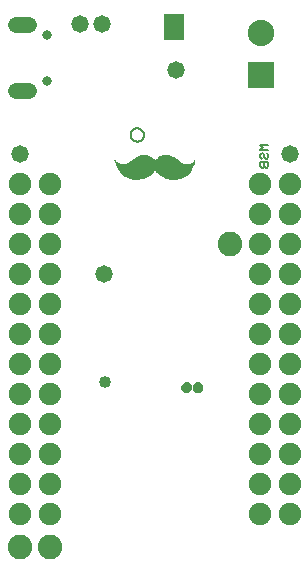
<source format=gbs>
G75*
%MOIN*%
%OFA0B0*%
%FSLAX25Y25*%
%IPPOS*%
%LPD*%
%AMOC8*
5,1,8,0,0,1.08239X$1,22.5*
%
%ADD10R,0.00025X0.00025*%
%ADD11R,0.01325X0.00025*%
%ADD12R,0.01775X0.00025*%
%ADD13R,0.02325X0.00025*%
%ADD14R,0.02275X0.00025*%
%ADD15R,0.02575X0.00025*%
%ADD16R,0.02625X0.00025*%
%ADD17R,0.02975X0.00025*%
%ADD18R,0.03025X0.00025*%
%ADD19R,0.03225X0.00025*%
%ADD20R,0.03475X0.00025*%
%ADD21R,0.03525X0.00025*%
%ADD22R,0.03725X0.00025*%
%ADD23R,0.03675X0.00025*%
%ADD24R,0.03975X0.00025*%
%ADD25R,0.04125X0.00025*%
%ADD26R,0.04375X0.00025*%
%ADD27R,0.04475X0.00025*%
%ADD28R,0.04725X0.00025*%
%ADD29R,0.04875X0.00025*%
%ADD30R,0.04825X0.00025*%
%ADD31R,0.05025X0.00025*%
%ADD32R,0.05175X0.00025*%
%ADD33R,0.05125X0.00025*%
%ADD34R,0.05325X0.00025*%
%ADD35R,0.05425X0.00025*%
%ADD36R,0.05475X0.00025*%
%ADD37R,0.05625X0.00025*%
%ADD38R,0.05725X0.00025*%
%ADD39R,0.05675X0.00025*%
%ADD40R,0.05875X0.00025*%
%ADD41R,0.05975X0.00025*%
%ADD42R,0.06125X0.00025*%
%ADD43R,0.06225X0.00025*%
%ADD44R,0.06200X0.00025*%
%ADD45R,0.06375X0.00025*%
%ADD46R,0.06425X0.00025*%
%ADD47R,0.06575X0.00025*%
%ADD48R,0.06625X0.00025*%
%ADD49R,0.06825X0.00025*%
%ADD50R,0.06775X0.00025*%
%ADD51R,0.06875X0.00025*%
%ADD52R,0.06950X0.00025*%
%ADD53R,0.06975X0.00025*%
%ADD54R,0.07075X0.00025*%
%ADD55R,0.07025X0.00025*%
%ADD56R,0.07175X0.00025*%
%ADD57R,0.07250X0.00025*%
%ADD58R,0.07225X0.00025*%
%ADD59R,0.07375X0.00025*%
%ADD60R,0.07325X0.00025*%
%ADD61R,0.07425X0.00025*%
%ADD62R,0.07575X0.00025*%
%ADD63R,0.07525X0.00025*%
%ADD64R,0.07625X0.00025*%
%ADD65R,0.07675X0.00025*%
%ADD66R,0.07725X0.00025*%
%ADD67R,0.07775X0.00025*%
%ADD68R,0.07875X0.00025*%
%ADD69R,0.07925X0.00025*%
%ADD70R,0.07950X0.00025*%
%ADD71R,0.08075X0.00025*%
%ADD72R,0.08025X0.00025*%
%ADD73R,0.08125X0.00025*%
%ADD74R,0.08175X0.00025*%
%ADD75R,0.08250X0.00025*%
%ADD76R,0.08325X0.00025*%
%ADD77R,0.08375X0.00025*%
%ADD78R,0.08425X0.00025*%
%ADD79R,0.08500X0.00025*%
%ADD80R,0.08475X0.00025*%
%ADD81R,0.08575X0.00025*%
%ADD82R,0.08525X0.00025*%
%ADD83R,0.08625X0.00025*%
%ADD84R,0.08650X0.00025*%
%ADD85R,0.08675X0.00025*%
%ADD86R,0.08700X0.00025*%
%ADD87R,0.08775X0.00025*%
%ADD88R,0.08825X0.00025*%
%ADD89R,0.08925X0.00025*%
%ADD90R,0.08875X0.00025*%
%ADD91R,0.08975X0.00025*%
%ADD92R,0.09025X0.00025*%
%ADD93R,0.09075X0.00025*%
%ADD94R,0.09150X0.00025*%
%ADD95R,0.09225X0.00025*%
%ADD96R,0.09175X0.00025*%
%ADD97R,0.09325X0.00025*%
%ADD98R,0.09300X0.00025*%
%ADD99R,0.09350X0.00025*%
%ADD100R,0.09425X0.00025*%
%ADD101R,0.09475X0.00025*%
%ADD102R,0.09575X0.00025*%
%ADD103R,0.09525X0.00025*%
%ADD104R,0.09550X0.00025*%
%ADD105R,0.09675X0.00025*%
%ADD106R,0.09625X0.00025*%
%ADD107R,0.09775X0.00025*%
%ADD108R,0.09825X0.00025*%
%ADD109R,0.09875X0.00025*%
%ADD110R,0.09925X0.00025*%
%ADD111R,0.09975X0.00025*%
%ADD112R,0.10025X0.00025*%
%ADD113R,0.10075X0.00025*%
%ADD114R,0.10125X0.00025*%
%ADD115R,0.10175X0.00025*%
%ADD116R,0.10225X0.00025*%
%ADD117R,0.10300X0.00025*%
%ADD118R,0.10275X0.00025*%
%ADD119R,0.10325X0.00025*%
%ADD120R,0.10375X0.00025*%
%ADD121R,0.10425X0.00025*%
%ADD122R,0.10475X0.00025*%
%ADD123R,0.10500X0.00025*%
%ADD124R,0.10525X0.00025*%
%ADD125R,0.10600X0.00025*%
%ADD126R,0.10575X0.00025*%
%ADD127R,0.10625X0.00025*%
%ADD128R,0.10675X0.00025*%
%ADD129R,0.10725X0.00025*%
%ADD130R,0.10750X0.00025*%
%ADD131R,0.10775X0.00025*%
%ADD132R,0.10800X0.00025*%
%ADD133R,0.10825X0.00025*%
%ADD134R,0.10875X0.00025*%
%ADD135R,0.10850X0.00025*%
%ADD136R,0.10925X0.00025*%
%ADD137R,0.10950X0.00025*%
%ADD138R,0.10975X0.00025*%
%ADD139R,0.11025X0.00025*%
%ADD140R,0.11075X0.00025*%
%ADD141R,0.11125X0.00025*%
%ADD142R,0.11100X0.00025*%
%ADD143R,0.11200X0.00025*%
%ADD144R,0.11175X0.00025*%
%ADD145R,0.11225X0.00025*%
%ADD146R,0.11275X0.00025*%
%ADD147R,0.11325X0.00025*%
%ADD148R,0.11350X0.00025*%
%ADD149R,0.11375X0.00025*%
%ADD150R,0.11425X0.00025*%
%ADD151R,0.11450X0.00025*%
%ADD152R,0.11500X0.00025*%
%ADD153R,0.11575X0.00025*%
%ADD154R,0.11550X0.00025*%
%ADD155R,0.11625X0.00025*%
%ADD156R,0.11675X0.00025*%
%ADD157R,0.11725X0.00025*%
%ADD158R,0.11750X0.00025*%
%ADD159R,0.11775X0.00025*%
%ADD160R,0.11800X0.00025*%
%ADD161R,0.11825X0.00025*%
%ADD162R,0.11850X0.00025*%
%ADD163R,0.11875X0.00025*%
%ADD164R,0.11925X0.00025*%
%ADD165R,0.11950X0.00025*%
%ADD166R,0.12000X0.00025*%
%ADD167R,0.11975X0.00025*%
%ADD168R,0.12025X0.00025*%
%ADD169R,0.12075X0.00025*%
%ADD170R,0.12125X0.00025*%
%ADD171R,0.12150X0.00025*%
%ADD172R,0.24325X0.00025*%
%ADD173R,0.24375X0.00025*%
%ADD174R,0.24400X0.00025*%
%ADD175R,0.24450X0.00025*%
%ADD176R,0.24425X0.00025*%
%ADD177R,0.24500X0.00025*%
%ADD178R,0.24525X0.00025*%
%ADD179R,0.24575X0.00025*%
%ADD180R,0.24550X0.00025*%
%ADD181R,0.24600X0.00025*%
%ADD182R,0.24625X0.00025*%
%ADD183R,0.24675X0.00025*%
%ADD184R,0.24700X0.00025*%
%ADD185R,0.24725X0.00025*%
%ADD186R,0.24775X0.00025*%
%ADD187R,0.24800X0.00025*%
%ADD188R,0.24850X0.00025*%
%ADD189R,0.24875X0.00025*%
%ADD190R,0.24900X0.00025*%
%ADD191R,0.24950X0.00025*%
%ADD192R,0.24975X0.00025*%
%ADD193R,0.25000X0.00025*%
%ADD194R,0.25050X0.00025*%
%ADD195R,0.25075X0.00025*%
%ADD196R,0.25100X0.00025*%
%ADD197R,0.25150X0.00025*%
%ADD198R,0.25175X0.00025*%
%ADD199R,0.25200X0.00025*%
%ADD200R,0.25250X0.00025*%
%ADD201R,0.25275X0.00025*%
%ADD202R,0.25300X0.00025*%
%ADD203R,0.25325X0.00025*%
%ADD204R,0.25375X0.00025*%
%ADD205R,0.25400X0.00025*%
%ADD206R,0.25425X0.00025*%
%ADD207R,0.25475X0.00025*%
%ADD208R,0.25450X0.00025*%
%ADD209R,0.25500X0.00025*%
%ADD210R,0.25525X0.00025*%
%ADD211R,0.25550X0.00025*%
%ADD212R,0.25575X0.00025*%
%ADD213R,0.25600X0.00025*%
%ADD214R,0.25650X0.00025*%
%ADD215R,0.25625X0.00025*%
%ADD216R,0.25675X0.00025*%
%ADD217R,0.25700X0.00025*%
%ADD218R,0.25725X0.00025*%
%ADD219R,0.25750X0.00025*%
%ADD220R,0.25775X0.00025*%
%ADD221R,0.25800X0.00025*%
%ADD222R,0.25825X0.00025*%
%ADD223R,0.23325X0.00025*%
%ADD224R,0.02225X0.00025*%
%ADD225R,0.02025X0.00025*%
%ADD226R,0.20375X0.00025*%
%ADD227R,0.01950X0.00025*%
%ADD228R,0.01925X0.00025*%
%ADD229R,0.20225X0.00025*%
%ADD230R,0.01850X0.00025*%
%ADD231R,0.19975X0.00025*%
%ADD232R,0.01675X0.00025*%
%ADD233R,0.01625X0.00025*%
%ADD234R,0.19825X0.00025*%
%ADD235R,0.01525X0.00025*%
%ADD236R,0.19625X0.00025*%
%ADD237R,0.01425X0.00025*%
%ADD238R,0.01475X0.00025*%
%ADD239R,0.19475X0.00025*%
%ADD240R,0.01375X0.00025*%
%ADD241R,0.19325X0.00025*%
%ADD242R,0.19225X0.00025*%
%ADD243R,0.01275X0.00025*%
%ADD244R,0.01250X0.00025*%
%ADD245R,0.19125X0.00025*%
%ADD246R,0.01225X0.00025*%
%ADD247R,0.01200X0.00025*%
%ADD248R,0.18975X0.00025*%
%ADD249R,0.01175X0.00025*%
%ADD250R,0.01125X0.00025*%
%ADD251R,0.18825X0.00025*%
%ADD252R,0.01075X0.00025*%
%ADD253R,0.18775X0.00025*%
%ADD254R,0.01025X0.00025*%
%ADD255R,0.18650X0.00025*%
%ADD256R,0.01000X0.00025*%
%ADD257R,0.00975X0.00025*%
%ADD258R,0.18575X0.00025*%
%ADD259R,0.00950X0.00025*%
%ADD260R,0.18450X0.00025*%
%ADD261R,0.00925X0.00025*%
%ADD262R,0.18375X0.00025*%
%ADD263R,0.00875X0.00025*%
%ADD264R,0.18325X0.00025*%
%ADD265R,0.00825X0.00025*%
%ADD266R,0.18225X0.00025*%
%ADD267R,0.00775X0.00025*%
%ADD268R,0.18125X0.00025*%
%ADD269R,0.00750X0.00025*%
%ADD270R,0.18075X0.00025*%
%ADD271R,0.00725X0.00025*%
%ADD272R,0.00700X0.00025*%
%ADD273R,0.17925X0.00025*%
%ADD274R,0.00675X0.00025*%
%ADD275R,0.17875X0.00025*%
%ADD276R,0.17825X0.00025*%
%ADD277R,0.00625X0.00025*%
%ADD278R,0.17700X0.00025*%
%ADD279R,0.00575X0.00025*%
%ADD280R,0.17625X0.00025*%
%ADD281R,0.00600X0.00025*%
%ADD282R,0.17575X0.00025*%
%ADD283R,0.00550X0.00025*%
%ADD284R,0.17450X0.00025*%
%ADD285R,0.00525X0.00025*%
%ADD286R,0.17375X0.00025*%
%ADD287R,0.00500X0.00025*%
%ADD288R,0.17325X0.00025*%
%ADD289R,0.00475X0.00025*%
%ADD290R,0.17275X0.00025*%
%ADD291R,0.17150X0.00025*%
%ADD292R,0.00425X0.00025*%
%ADD293R,0.17075X0.00025*%
%ADD294R,0.00400X0.00025*%
%ADD295R,0.17025X0.00025*%
%ADD296R,0.16975X0.00025*%
%ADD297R,0.00375X0.00025*%
%ADD298R,0.16925X0.00025*%
%ADD299R,0.00350X0.00025*%
%ADD300R,0.16850X0.00025*%
%ADD301R,0.00325X0.00025*%
%ADD302R,0.16725X0.00025*%
%ADD303R,0.16675X0.00025*%
%ADD304R,0.00300X0.00025*%
%ADD305R,0.16625X0.00025*%
%ADD306R,0.00275X0.00025*%
%ADD307R,0.16575X0.00025*%
%ADD308R,0.16450X0.00025*%
%ADD309R,0.00250X0.00025*%
%ADD310R,0.16400X0.00025*%
%ADD311R,0.00225X0.00025*%
%ADD312R,0.16325X0.00025*%
%ADD313R,0.16275X0.00025*%
%ADD314R,0.00200X0.00025*%
%ADD315R,0.16225X0.00025*%
%ADD316R,0.00175X0.00025*%
%ADD317R,0.16175X0.00025*%
%ADD318R,0.16025X0.00025*%
%ADD319R,0.00150X0.00025*%
%ADD320R,0.15975X0.00025*%
%ADD321R,0.00125X0.00025*%
%ADD322R,0.15925X0.00025*%
%ADD323R,0.15875X0.00025*%
%ADD324R,0.15825X0.00025*%
%ADD325R,0.15775X0.00025*%
%ADD326R,0.00100X0.00025*%
%ADD327R,0.15625X0.00025*%
%ADD328R,0.00075X0.00025*%
%ADD329R,0.15525X0.00025*%
%ADD330R,0.07550X0.00025*%
%ADD331R,0.00050X0.00025*%
%ADD332R,0.07475X0.00025*%
%ADD333R,0.07500X0.00025*%
%ADD334R,0.07275X0.00025*%
%ADD335R,0.07200X0.00025*%
%ADD336R,0.07125X0.00025*%
%ADD337R,0.07150X0.00025*%
%ADD338R,0.06925X0.00025*%
%ADD339R,0.06800X0.00025*%
%ADD340R,0.06850X0.00025*%
%ADD341R,0.06675X0.00025*%
%ADD342R,0.06725X0.00025*%
%ADD343R,0.06650X0.00025*%
%ADD344R,0.06550X0.00025*%
%ADD345R,0.06600X0.00025*%
%ADD346R,0.06525X0.00025*%
%ADD347R,0.06450X0.00025*%
%ADD348R,0.06325X0.00025*%
%ADD349R,0.06275X0.00025*%
%ADD350R,0.06175X0.00025*%
%ADD351R,0.06075X0.00025*%
%ADD352R,0.06025X0.00025*%
%ADD353R,0.05900X0.00025*%
%ADD354R,0.05925X0.00025*%
%ADD355R,0.05850X0.00025*%
%ADD356R,0.05775X0.00025*%
%ADD357R,0.05650X0.00025*%
%ADD358R,0.05600X0.00025*%
%ADD359R,0.05500X0.00025*%
%ADD360R,0.05375X0.00025*%
%ADD361R,0.05275X0.00025*%
%ADD362R,0.05225X0.00025*%
%ADD363R,0.05150X0.00025*%
%ADD364R,0.04975X0.00025*%
%ADD365R,0.04900X0.00025*%
%ADD366R,0.04925X0.00025*%
%ADD367R,0.04800X0.00025*%
%ADD368R,0.04675X0.00025*%
%ADD369R,0.04525X0.00025*%
%ADD370R,0.04575X0.00025*%
%ADD371R,0.04425X0.00025*%
%ADD372R,0.04325X0.00025*%
%ADD373R,0.04175X0.00025*%
%ADD374R,0.04225X0.00025*%
%ADD375R,0.04025X0.00025*%
%ADD376R,0.03925X0.00025*%
%ADD377R,0.03775X0.00025*%
%ADD378R,0.03875X0.00025*%
%ADD379R,0.03575X0.00025*%
%ADD380R,0.03650X0.00025*%
%ADD381R,0.03375X0.00025*%
%ADD382R,0.03275X0.00025*%
%ADD383R,0.03325X0.00025*%
%ADD384R,0.03075X0.00025*%
%ADD385R,0.03175X0.00025*%
%ADD386R,0.02875X0.00025*%
%ADD387R,0.02925X0.00025*%
%ADD388R,0.02775X0.00025*%
%ADD389R,0.02825X0.00025*%
%ADD390R,0.02425X0.00025*%
%ADD391R,0.02525X0.00025*%
%ADD392R,0.02075X0.00025*%
%ADD393R,0.02125X0.00025*%
%ADD394R,0.01825X0.00025*%
%ADD395R,0.01875X0.00025*%
%ADD396R,0.01725X0.00025*%
%ADD397C,0.00800*%
%ADD398C,0.02400*%
%ADD399C,0.00500*%
%ADD400C,0.03162*%
%ADD401C,0.05169*%
%ADD402C,0.08200*%
%ADD403R,0.08800X0.08800*%
%ADD404C,0.08800*%
%ADD405C,0.03987*%
%ADD406C,0.07500*%
%ADD407R,0.06706X0.08674*%
%ADD408C,0.05800*%
D10*
X0052205Y0137742D03*
X0051955Y0137842D03*
X0052655Y0137592D03*
X0053130Y0137467D03*
X0053255Y0137442D03*
X0053380Y0137417D03*
X0053555Y0137392D03*
X0053680Y0137367D03*
X0053905Y0137342D03*
X0053955Y0137342D03*
X0054080Y0137317D03*
X0054130Y0137317D03*
X0054180Y0137317D03*
X0054655Y0137292D03*
X0054705Y0137292D03*
X0054755Y0137292D03*
X0054805Y0137292D03*
X0054855Y0137292D03*
X0054905Y0137292D03*
X0054955Y0137292D03*
X0055005Y0137292D03*
X0055055Y0137292D03*
X0055105Y0137292D03*
X0055580Y0137317D03*
X0055630Y0137317D03*
X0055680Y0137317D03*
X0055805Y0137342D03*
X0055855Y0137342D03*
X0056080Y0137367D03*
X0056205Y0137392D03*
X0056255Y0137392D03*
X0056430Y0137417D03*
X0056555Y0137442D03*
X0056680Y0137467D03*
X0056930Y0137517D03*
X0057005Y0137542D03*
X0057630Y0137717D03*
X0058305Y0137992D03*
X0058480Y0138067D03*
X0059005Y0144992D03*
X0058980Y0145017D03*
X0058680Y0145117D03*
X0058105Y0145242D03*
X0057980Y0145267D03*
X0057655Y0145292D03*
X0057605Y0145292D03*
X0057555Y0145292D03*
X0057505Y0145292D03*
X0057455Y0145292D03*
X0057405Y0145292D03*
X0057355Y0145292D03*
X0057305Y0145292D03*
X0057255Y0145292D03*
X0057205Y0145292D03*
X0057155Y0145292D03*
X0056880Y0145267D03*
X0056755Y0145242D03*
X0056580Y0145217D03*
X0056505Y0145192D03*
X0056380Y0145167D03*
X0056305Y0145142D03*
X0055855Y0144992D03*
X0055780Y0144967D03*
X0051705Y0142342D03*
X0051630Y0142317D03*
X0051455Y0142242D03*
X0051380Y0142217D03*
X0050905Y0142092D03*
X0050855Y0142092D03*
X0050405Y0142092D03*
X0050355Y0142092D03*
X0050305Y0142092D03*
X0050180Y0142117D03*
X0050005Y0142142D03*
X0049880Y0142167D03*
X0049755Y0142192D03*
X0049680Y0142217D03*
X0047855Y0143542D03*
X0047855Y0143592D03*
X0047830Y0143617D03*
X0047830Y0143667D03*
X0051105Y0138292D03*
X0062855Y0144792D03*
X0063705Y0145142D03*
X0063780Y0145167D03*
X0063905Y0145192D03*
X0063980Y0145217D03*
X0064155Y0145242D03*
X0064280Y0145267D03*
X0064505Y0145292D03*
X0064555Y0145292D03*
X0064605Y0145292D03*
X0064655Y0145292D03*
X0065155Y0145292D03*
X0065205Y0145292D03*
X0065255Y0145292D03*
X0065480Y0145267D03*
X0065530Y0145267D03*
X0065605Y0145242D03*
X0065780Y0145217D03*
X0065855Y0145192D03*
X0065980Y0145167D03*
X0066205Y0145092D03*
X0066355Y0145042D03*
X0066430Y0145017D03*
X0066605Y0144942D03*
X0063805Y0138092D03*
X0064805Y0137692D03*
X0064955Y0137642D03*
X0065155Y0137592D03*
X0065555Y0137492D03*
X0065630Y0137467D03*
X0065805Y0137442D03*
X0065880Y0137417D03*
X0066105Y0137392D03*
X0066230Y0137367D03*
X0066280Y0137367D03*
X0066505Y0137342D03*
X0066680Y0137317D03*
X0066730Y0137317D03*
X0066780Y0137317D03*
X0067255Y0137292D03*
X0067305Y0137292D03*
X0067355Y0137292D03*
X0067405Y0137292D03*
X0067455Y0137292D03*
X0067505Y0137292D03*
X0067555Y0137292D03*
X0067605Y0137292D03*
X0067655Y0137292D03*
X0068180Y0137317D03*
X0068230Y0137317D03*
X0068355Y0137342D03*
X0068405Y0137342D03*
X0068630Y0137367D03*
X0068680Y0137367D03*
X0068980Y0137417D03*
X0069230Y0137467D03*
X0069305Y0137492D03*
X0069430Y0137517D03*
X0069505Y0137542D03*
X0069780Y0137617D03*
X0069930Y0137667D03*
X0071355Y0142092D03*
X0071580Y0142067D03*
X0071630Y0142067D03*
X0071680Y0142067D03*
X0071730Y0142067D03*
X0071780Y0142067D03*
X0071830Y0142067D03*
X0072105Y0142092D03*
X0072230Y0142117D03*
X0072405Y0142142D03*
X0072655Y0142192D03*
X0073555Y0142592D03*
X0074455Y0143492D03*
X0074480Y0143567D03*
X0074480Y0143617D03*
D11*
X0067480Y0137317D03*
X0054880Y0137317D03*
X0048830Y0142267D03*
D12*
X0049080Y0142142D03*
X0054880Y0137342D03*
X0067430Y0137342D03*
D13*
X0054880Y0137367D03*
D14*
X0064880Y0145142D03*
X0067455Y0137367D03*
D15*
X0057430Y0145092D03*
X0054880Y0137392D03*
D16*
X0064855Y0145092D03*
X0067455Y0137392D03*
D17*
X0054905Y0137417D03*
D18*
X0057430Y0145017D03*
X0067430Y0137417D03*
D19*
X0067455Y0137442D03*
X0054905Y0137442D03*
D20*
X0054905Y0137467D03*
D21*
X0057430Y0144917D03*
X0064880Y0144917D03*
X0067430Y0137467D03*
D22*
X0064880Y0144867D03*
X0057430Y0144867D03*
X0054905Y0137492D03*
D23*
X0067430Y0137492D03*
D24*
X0067405Y0137517D03*
X0064905Y0144817D03*
X0057430Y0144792D03*
X0054905Y0137517D03*
D25*
X0054905Y0137542D03*
X0057430Y0144767D03*
X0067405Y0137542D03*
D26*
X0067405Y0137567D03*
X0057430Y0144692D03*
X0054905Y0137567D03*
D27*
X0054930Y0137592D03*
X0057405Y0144667D03*
X0067430Y0137592D03*
D28*
X0067380Y0137617D03*
X0064905Y0144592D03*
X0057405Y0144592D03*
X0054930Y0137617D03*
D29*
X0054930Y0137642D03*
X0064905Y0144567D03*
D30*
X0067405Y0137642D03*
D31*
X0067380Y0137667D03*
X0064905Y0144492D03*
X0064930Y0144517D03*
X0057405Y0144492D03*
X0054930Y0137667D03*
D32*
X0054930Y0137692D03*
X0064905Y0144467D03*
D33*
X0067405Y0137692D03*
D34*
X0067380Y0137717D03*
X0064930Y0144417D03*
X0057405Y0144392D03*
X0054930Y0137717D03*
D35*
X0054955Y0137742D03*
X0057380Y0144367D03*
D36*
X0057380Y0144342D03*
X0064905Y0144367D03*
X0067380Y0137742D03*
D37*
X0067380Y0137767D03*
X0064930Y0144317D03*
X0054930Y0137767D03*
D38*
X0054955Y0137792D03*
X0057380Y0144267D03*
X0064930Y0144267D03*
D39*
X0064930Y0144292D03*
X0067380Y0137792D03*
D40*
X0067355Y0137817D03*
X0054955Y0137817D03*
D41*
X0054980Y0137842D03*
X0067380Y0137842D03*
D42*
X0067380Y0137867D03*
X0057380Y0144117D03*
X0054980Y0137867D03*
D43*
X0054955Y0137892D03*
D44*
X0067368Y0137892D03*
D45*
X0067355Y0137917D03*
X0057355Y0144017D03*
X0054955Y0137917D03*
D46*
X0054955Y0137942D03*
X0057355Y0143992D03*
X0064955Y0143992D03*
X0067355Y0137942D03*
D47*
X0067355Y0137967D03*
X0064955Y0143967D03*
X0054955Y0137967D03*
D48*
X0054955Y0137992D03*
X0067355Y0137992D03*
D49*
X0067355Y0138042D03*
X0054980Y0138017D03*
D50*
X0057355Y0143867D03*
X0067355Y0138017D03*
D51*
X0054980Y0138042D03*
D52*
X0054968Y0138067D03*
X0057318Y0143792D03*
D53*
X0064980Y0143792D03*
X0067355Y0138067D03*
D54*
X0064980Y0143742D03*
X0057330Y0143742D03*
X0054980Y0138092D03*
D55*
X0057330Y0143767D03*
X0064980Y0143767D03*
X0067355Y0138092D03*
D56*
X0067355Y0138117D03*
X0057330Y0143692D03*
X0055005Y0138117D03*
D57*
X0054993Y0138142D03*
D58*
X0067355Y0138142D03*
D59*
X0065005Y0143617D03*
X0057305Y0143617D03*
X0055005Y0138167D03*
D60*
X0057305Y0143642D03*
X0065005Y0143642D03*
X0067330Y0138167D03*
D61*
X0067355Y0138192D03*
X0065005Y0143592D03*
X0057305Y0143592D03*
X0055005Y0138192D03*
D62*
X0055005Y0138217D03*
X0067330Y0138242D03*
D63*
X0067330Y0138217D03*
X0057305Y0143542D03*
D64*
X0057280Y0143517D03*
X0055005Y0138242D03*
X0065030Y0143517D03*
D65*
X0065030Y0143492D03*
X0057280Y0143492D03*
X0055005Y0138267D03*
D66*
X0055005Y0138292D03*
X0057280Y0143467D03*
X0065030Y0143467D03*
X0067330Y0138267D03*
D67*
X0067330Y0138292D03*
D68*
X0067305Y0138317D03*
X0055005Y0138317D03*
D69*
X0055005Y0138342D03*
D70*
X0067318Y0138342D03*
D71*
X0067330Y0138392D03*
X0055005Y0138367D03*
D72*
X0067330Y0138367D03*
D73*
X0055005Y0138392D03*
D74*
X0055005Y0138417D03*
X0067305Y0138417D03*
D75*
X0067318Y0138442D03*
X0055018Y0138442D03*
D76*
X0055030Y0138467D03*
D77*
X0055030Y0138492D03*
X0067305Y0138467D03*
D78*
X0067305Y0138492D03*
D79*
X0055018Y0138517D03*
D80*
X0067305Y0138517D03*
D81*
X0055030Y0138542D03*
D82*
X0067305Y0138542D03*
D83*
X0055030Y0138567D03*
D84*
X0067293Y0138567D03*
D85*
X0055030Y0138592D03*
D86*
X0067293Y0138592D03*
D87*
X0067305Y0138617D03*
X0055030Y0138617D03*
D88*
X0055030Y0138642D03*
X0067305Y0138642D03*
D89*
X0067305Y0138692D03*
X0055030Y0138667D03*
D90*
X0067305Y0138667D03*
D91*
X0055030Y0138692D03*
D92*
X0055030Y0138717D03*
X0067280Y0138717D03*
D93*
X0067280Y0138742D03*
X0055030Y0138742D03*
D94*
X0055043Y0138767D03*
X0067293Y0138767D03*
D95*
X0055055Y0138792D03*
D96*
X0067280Y0138792D03*
D97*
X0055055Y0138842D03*
X0055030Y0138817D03*
D98*
X0067293Y0138817D03*
D99*
X0067293Y0138842D03*
D100*
X0067280Y0138867D03*
X0055055Y0138892D03*
X0055030Y0138867D03*
D101*
X0067280Y0138892D03*
D102*
X0067280Y0138942D03*
X0055055Y0138917D03*
D103*
X0067280Y0138917D03*
D104*
X0055043Y0138942D03*
D105*
X0055055Y0138967D03*
X0055030Y0138992D03*
X0067280Y0138992D03*
D106*
X0067280Y0138967D03*
D107*
X0067255Y0139017D03*
X0067280Y0139042D03*
X0055055Y0139017D03*
D108*
X0055055Y0139042D03*
D109*
X0055055Y0139067D03*
X0067255Y0139067D03*
X0067280Y0139092D03*
D110*
X0055055Y0139092D03*
D111*
X0055055Y0139117D03*
X0067255Y0139117D03*
D112*
X0067255Y0139142D03*
X0055055Y0139142D03*
D113*
X0055055Y0139167D03*
X0067255Y0139167D03*
D114*
X0067255Y0139192D03*
X0055055Y0139192D03*
D115*
X0055055Y0139217D03*
X0067255Y0139217D03*
D116*
X0067255Y0139242D03*
X0055055Y0139242D03*
D117*
X0055068Y0139267D03*
D118*
X0067255Y0139267D03*
D119*
X0067255Y0139292D03*
X0055055Y0139292D03*
D120*
X0055055Y0139317D03*
X0067255Y0139317D03*
D121*
X0067255Y0139342D03*
X0055055Y0139342D03*
D122*
X0055055Y0139367D03*
X0067255Y0139367D03*
D123*
X0055068Y0139392D03*
D124*
X0067255Y0139392D03*
D125*
X0055068Y0139417D03*
X0055068Y0139442D03*
D126*
X0067255Y0139417D03*
D127*
X0067255Y0139442D03*
D128*
X0067255Y0139467D03*
X0055080Y0139492D03*
X0055055Y0139467D03*
D129*
X0067255Y0139492D03*
D130*
X0055068Y0139517D03*
D131*
X0055080Y0139542D03*
X0067255Y0139517D03*
D132*
X0067243Y0139542D03*
D133*
X0055080Y0139567D03*
D134*
X0055080Y0139592D03*
X0067255Y0139567D03*
D135*
X0067243Y0139592D03*
D136*
X0055080Y0139617D03*
D137*
X0067243Y0139617D03*
X0067243Y0139642D03*
D138*
X0055080Y0139642D03*
D139*
X0055080Y0139667D03*
X0067230Y0139667D03*
X0067255Y0139692D03*
D140*
X0055080Y0139692D03*
D141*
X0055080Y0139717D03*
X0055080Y0139742D03*
X0067255Y0139742D03*
D142*
X0067243Y0139717D03*
D143*
X0055093Y0139767D03*
D144*
X0055080Y0139792D03*
X0067255Y0139767D03*
D145*
X0067255Y0139792D03*
D146*
X0067255Y0139817D03*
X0067230Y0139842D03*
X0055080Y0139842D03*
X0055080Y0139817D03*
D147*
X0055080Y0139867D03*
D148*
X0067243Y0139867D03*
D149*
X0067230Y0139892D03*
X0055080Y0139892D03*
D150*
X0055080Y0139917D03*
X0067230Y0139917D03*
D151*
X0067243Y0139942D03*
X0055093Y0139942D03*
D152*
X0055093Y0139967D03*
X0055093Y0139992D03*
X0067243Y0139992D03*
X0067243Y0139967D03*
D153*
X0067230Y0140042D03*
X0055105Y0140017D03*
X0055080Y0140042D03*
D154*
X0067243Y0140017D03*
D155*
X0067230Y0140067D03*
X0055080Y0140067D03*
D156*
X0055080Y0140092D03*
X0067230Y0140092D03*
D157*
X0067230Y0140117D03*
X0055080Y0140117D03*
D158*
X0055093Y0140142D03*
X0067243Y0140142D03*
D159*
X0055105Y0140167D03*
X0055080Y0140192D03*
D160*
X0067243Y0140192D03*
X0067243Y0140167D03*
D161*
X0055080Y0140217D03*
D162*
X0067243Y0140217D03*
D163*
X0067230Y0140242D03*
X0055080Y0140242D03*
D164*
X0055080Y0140267D03*
X0055105Y0140292D03*
X0067230Y0140267D03*
D165*
X0067243Y0140292D03*
D166*
X0055093Y0140317D03*
X0055093Y0140342D03*
D167*
X0067230Y0140342D03*
X0067255Y0140317D03*
D168*
X0067230Y0140367D03*
X0055080Y0140367D03*
D169*
X0055080Y0140392D03*
X0067230Y0140392D03*
D170*
X0067230Y0140417D03*
X0067255Y0140442D03*
X0055080Y0140417D03*
D171*
X0055093Y0140442D03*
D172*
X0061155Y0140492D03*
X0061180Y0140467D03*
D173*
X0061155Y0140517D03*
D174*
X0061168Y0140542D03*
D175*
X0061168Y0140567D03*
D176*
X0061155Y0140592D03*
D177*
X0061168Y0140617D03*
D178*
X0061155Y0140642D03*
D179*
X0061155Y0140667D03*
D180*
X0061168Y0140692D03*
D181*
X0061168Y0140717D03*
D182*
X0061155Y0140742D03*
D183*
X0061155Y0140767D03*
D184*
X0061168Y0140792D03*
D185*
X0061180Y0140817D03*
X0061155Y0140842D03*
D186*
X0061155Y0140867D03*
D187*
X0061168Y0140892D03*
D188*
X0061168Y0140917D03*
X0061168Y0140942D03*
D189*
X0061155Y0140967D03*
D190*
X0061168Y0140992D03*
D191*
X0061168Y0141017D03*
X0061168Y0141042D03*
D192*
X0061155Y0141067D03*
D193*
X0061168Y0141092D03*
D194*
X0061168Y0141117D03*
X0061168Y0141142D03*
D195*
X0061155Y0141167D03*
D196*
X0061168Y0141192D03*
D197*
X0061168Y0141217D03*
X0061168Y0141242D03*
D198*
X0061155Y0141267D03*
D199*
X0061168Y0141292D03*
D200*
X0061168Y0141317D03*
X0061168Y0141342D03*
D201*
X0061155Y0141367D03*
D202*
X0061168Y0141392D03*
D203*
X0061180Y0141417D03*
X0061155Y0141442D03*
D204*
X0061155Y0141467D03*
D205*
X0061168Y0141492D03*
X0061168Y0141517D03*
D206*
X0061155Y0141542D03*
D207*
X0061155Y0141567D03*
D208*
X0061168Y0141592D03*
D209*
X0061168Y0141617D03*
D210*
X0061155Y0141642D03*
X0061155Y0141692D03*
D211*
X0061168Y0141667D03*
D212*
X0061155Y0141717D03*
D213*
X0061168Y0141742D03*
D214*
X0061168Y0141767D03*
D215*
X0061155Y0141792D03*
D216*
X0061155Y0141817D03*
D217*
X0061168Y0141842D03*
X0061168Y0141867D03*
D218*
X0061155Y0141892D03*
D219*
X0061168Y0141917D03*
X0061168Y0141942D03*
D220*
X0061155Y0141967D03*
D221*
X0061168Y0141992D03*
D222*
X0061180Y0142017D03*
X0061155Y0142042D03*
D223*
X0059880Y0142067D03*
D224*
X0057455Y0145142D03*
X0072980Y0142067D03*
D225*
X0049255Y0142092D03*
D226*
X0061130Y0142092D03*
D227*
X0073118Y0142092D03*
D228*
X0049180Y0142117D03*
D229*
X0061130Y0142117D03*
D230*
X0073193Y0142117D03*
D231*
X0061130Y0142142D03*
D232*
X0057455Y0145217D03*
X0073280Y0142142D03*
D233*
X0073330Y0142167D03*
X0049030Y0142167D03*
D234*
X0061130Y0142167D03*
D235*
X0048955Y0142192D03*
D236*
X0061155Y0142192D03*
D237*
X0073405Y0142192D03*
X0073430Y0142217D03*
D238*
X0048905Y0142217D03*
D239*
X0061155Y0142217D03*
D240*
X0064880Y0145242D03*
X0073480Y0142242D03*
X0048880Y0142242D03*
D241*
X0061155Y0142242D03*
D242*
X0061130Y0142267D03*
D243*
X0057430Y0145242D03*
X0073505Y0142267D03*
D244*
X0048793Y0142292D03*
D245*
X0061155Y0142292D03*
D246*
X0073555Y0142292D03*
D247*
X0048743Y0142317D03*
D248*
X0061155Y0142317D03*
D249*
X0073605Y0142317D03*
D250*
X0064880Y0145267D03*
X0048705Y0142342D03*
X0048680Y0142367D03*
D251*
X0061155Y0142342D03*
D252*
X0073630Y0142342D03*
X0073655Y0142367D03*
D253*
X0061155Y0142367D03*
D254*
X0057430Y0145267D03*
X0048655Y0142392D03*
D255*
X0061143Y0142392D03*
D256*
X0073693Y0142392D03*
D257*
X0073730Y0142417D03*
X0048605Y0142417D03*
D258*
X0061155Y0142417D03*
D259*
X0048593Y0142442D03*
X0048568Y0142467D03*
D260*
X0061143Y0142442D03*
D261*
X0073755Y0142442D03*
X0073780Y0142467D03*
D262*
X0061155Y0142467D03*
D263*
X0048530Y0142492D03*
X0048505Y0142517D03*
D264*
X0061155Y0142492D03*
D265*
X0073805Y0142492D03*
X0073830Y0142517D03*
D266*
X0061130Y0142517D03*
D267*
X0048480Y0142542D03*
X0048455Y0142567D03*
D268*
X0061155Y0142542D03*
D269*
X0073868Y0142542D03*
D270*
X0061155Y0142567D03*
D271*
X0073880Y0142567D03*
X0073930Y0142617D03*
D272*
X0048418Y0142592D03*
X0048393Y0142617D03*
D273*
X0061155Y0142592D03*
D274*
X0073930Y0142592D03*
X0048380Y0142642D03*
X0048355Y0142667D03*
D275*
X0061155Y0142617D03*
D276*
X0061155Y0142642D03*
D277*
X0073955Y0142642D03*
X0073980Y0142667D03*
X0048330Y0142717D03*
D278*
X0061143Y0142667D03*
D279*
X0074005Y0142717D03*
X0048330Y0142692D03*
D280*
X0061155Y0142692D03*
D281*
X0073993Y0142692D03*
D282*
X0061155Y0142717D03*
D283*
X0074043Y0142742D03*
X0048293Y0142742D03*
D284*
X0061168Y0142742D03*
D285*
X0048280Y0142767D03*
X0048255Y0142792D03*
D286*
X0061155Y0142767D03*
D287*
X0074068Y0142767D03*
X0048243Y0142817D03*
D288*
X0061155Y0142792D03*
D289*
X0074080Y0142792D03*
X0074105Y0142817D03*
X0048230Y0142842D03*
X0048205Y0142867D03*
D290*
X0061155Y0142817D03*
D291*
X0061168Y0142842D03*
D292*
X0064905Y0145292D03*
X0074105Y0142842D03*
X0074130Y0142867D03*
X0048180Y0142917D03*
D293*
X0061155Y0142867D03*
D294*
X0048193Y0142892D03*
X0074143Y0142892D03*
D295*
X0061155Y0142892D03*
D296*
X0061155Y0142917D03*
D297*
X0048155Y0142942D03*
X0074155Y0142917D03*
X0074180Y0142942D03*
D298*
X0061155Y0142942D03*
D299*
X0048143Y0142967D03*
X0048118Y0143017D03*
X0074193Y0142967D03*
D300*
X0061168Y0142967D03*
D301*
X0074205Y0142992D03*
X0074230Y0143017D03*
X0048105Y0142992D03*
X0048080Y0143067D03*
D302*
X0061155Y0142992D03*
D303*
X0061155Y0143017D03*
D304*
X0048093Y0143042D03*
D305*
X0061155Y0143042D03*
D306*
X0048080Y0143092D03*
X0048055Y0143117D03*
X0074230Y0143042D03*
X0074255Y0143067D03*
D307*
X0061155Y0143067D03*
D308*
X0061168Y0143092D03*
D309*
X0074268Y0143092D03*
X0048043Y0143142D03*
D310*
X0061168Y0143117D03*
D311*
X0074280Y0143117D03*
X0074305Y0143142D03*
X0048030Y0143167D03*
X0048005Y0143192D03*
D312*
X0061155Y0143142D03*
D313*
X0061155Y0143167D03*
D314*
X0047993Y0143217D03*
X0074318Y0143167D03*
X0074343Y0143217D03*
D315*
X0061155Y0143192D03*
D316*
X0047980Y0143242D03*
X0047955Y0143267D03*
X0047955Y0143317D03*
X0074330Y0143192D03*
X0074355Y0143267D03*
D317*
X0061155Y0143217D03*
D318*
X0061155Y0143242D03*
D319*
X0074343Y0143242D03*
X0074368Y0143292D03*
X0047943Y0143342D03*
D320*
X0061155Y0143267D03*
D321*
X0047955Y0143292D03*
X0047930Y0143367D03*
X0074380Y0143317D03*
X0074405Y0143342D03*
X0074405Y0143367D03*
X0074430Y0143417D03*
D322*
X0061155Y0143292D03*
D323*
X0061155Y0143317D03*
D324*
X0061155Y0143342D03*
D325*
X0061155Y0143367D03*
D326*
X0047918Y0143392D03*
X0047893Y0143442D03*
X0047893Y0143467D03*
D327*
X0061155Y0143392D03*
X0061180Y0143417D03*
D328*
X0074430Y0143442D03*
X0074455Y0143467D03*
X0074455Y0143517D03*
X0074430Y0143392D03*
X0047905Y0143417D03*
X0047880Y0143492D03*
X0047855Y0143517D03*
D329*
X0061155Y0143442D03*
D330*
X0065018Y0143542D03*
D331*
X0074468Y0143542D03*
X0047843Y0143567D03*
D332*
X0057305Y0143567D03*
D333*
X0065018Y0143567D03*
D334*
X0065005Y0143667D03*
X0057305Y0143667D03*
D335*
X0064993Y0143692D03*
D336*
X0057330Y0143717D03*
D337*
X0064993Y0143717D03*
D338*
X0064980Y0143817D03*
X0057330Y0143817D03*
D339*
X0057343Y0143842D03*
X0064968Y0143867D03*
D340*
X0064968Y0143842D03*
D341*
X0064955Y0143917D03*
X0057330Y0143892D03*
D342*
X0064955Y0143892D03*
D343*
X0057343Y0143917D03*
D344*
X0057343Y0143942D03*
D345*
X0064968Y0143942D03*
D346*
X0057330Y0143967D03*
D347*
X0064968Y0144017D03*
D348*
X0064955Y0144042D03*
X0057355Y0144042D03*
D349*
X0057355Y0144067D03*
X0064955Y0144067D03*
D350*
X0064930Y0144092D03*
X0064955Y0144117D03*
X0057380Y0144092D03*
D351*
X0057380Y0144142D03*
X0064930Y0144142D03*
D352*
X0064930Y0144167D03*
X0057380Y0144167D03*
D353*
X0057368Y0144192D03*
D354*
X0064930Y0144217D03*
X0064955Y0144192D03*
D355*
X0057368Y0144217D03*
D356*
X0057380Y0144242D03*
X0064930Y0144242D03*
D357*
X0057393Y0144292D03*
D358*
X0057393Y0144317D03*
D359*
X0064918Y0144342D03*
D360*
X0064930Y0144392D03*
D361*
X0057405Y0144417D03*
D362*
X0057405Y0144442D03*
X0064905Y0144442D03*
D363*
X0057393Y0144467D03*
D364*
X0057405Y0144517D03*
D365*
X0057418Y0144542D03*
D366*
X0064905Y0144542D03*
D367*
X0057418Y0144567D03*
D368*
X0057405Y0144617D03*
X0064905Y0144617D03*
D369*
X0064880Y0144667D03*
X0057405Y0144642D03*
D370*
X0064880Y0144642D03*
D371*
X0064905Y0144692D03*
D372*
X0064880Y0144717D03*
X0057430Y0144717D03*
D373*
X0057430Y0144742D03*
X0064905Y0144767D03*
D374*
X0064905Y0144742D03*
D375*
X0064905Y0144792D03*
D376*
X0057430Y0144817D03*
D377*
X0057430Y0144842D03*
D378*
X0064880Y0144842D03*
D379*
X0057430Y0144892D03*
D380*
X0064893Y0144892D03*
D381*
X0064880Y0144942D03*
X0057430Y0144942D03*
D382*
X0057455Y0144967D03*
D383*
X0064880Y0144967D03*
D384*
X0064855Y0145017D03*
X0057430Y0144992D03*
D385*
X0064880Y0144992D03*
D386*
X0057430Y0145042D03*
D387*
X0064855Y0145042D03*
D388*
X0057455Y0145067D03*
D389*
X0064880Y0145067D03*
D390*
X0057430Y0145117D03*
D391*
X0064880Y0145117D03*
D392*
X0057455Y0145167D03*
D393*
X0064880Y0145167D03*
D394*
X0057455Y0145192D03*
D395*
X0064880Y0145192D03*
D396*
X0064880Y0145217D03*
D397*
X0052919Y0152267D02*
X0052921Y0152361D01*
X0052927Y0152455D01*
X0052937Y0152549D01*
X0052951Y0152642D01*
X0052969Y0152735D01*
X0052990Y0152827D01*
X0053016Y0152917D01*
X0053045Y0153007D01*
X0053078Y0153095D01*
X0053115Y0153182D01*
X0053155Y0153267D01*
X0053199Y0153351D01*
X0053247Y0153432D01*
X0053297Y0153512D01*
X0053352Y0153589D01*
X0053409Y0153664D01*
X0053469Y0153736D01*
X0053533Y0153806D01*
X0053599Y0153873D01*
X0053668Y0153937D01*
X0053740Y0153998D01*
X0053814Y0154056D01*
X0053891Y0154111D01*
X0053970Y0154163D01*
X0054051Y0154211D01*
X0054134Y0154256D01*
X0054218Y0154297D01*
X0054305Y0154335D01*
X0054393Y0154369D01*
X0054482Y0154399D01*
X0054572Y0154426D01*
X0054664Y0154448D01*
X0054756Y0154467D01*
X0054850Y0154482D01*
X0054943Y0154493D01*
X0055037Y0154500D01*
X0055131Y0154503D01*
X0055226Y0154502D01*
X0055320Y0154497D01*
X0055414Y0154488D01*
X0055507Y0154475D01*
X0055600Y0154458D01*
X0055692Y0154438D01*
X0055783Y0154413D01*
X0055873Y0154385D01*
X0055961Y0154353D01*
X0056049Y0154317D01*
X0056134Y0154277D01*
X0056218Y0154234D01*
X0056300Y0154188D01*
X0056380Y0154138D01*
X0056458Y0154084D01*
X0056533Y0154028D01*
X0056606Y0153968D01*
X0056677Y0153905D01*
X0056744Y0153840D01*
X0056809Y0153771D01*
X0056871Y0153700D01*
X0056930Y0153627D01*
X0056986Y0153551D01*
X0057038Y0153472D01*
X0057087Y0153392D01*
X0057133Y0153309D01*
X0057175Y0153225D01*
X0057214Y0153139D01*
X0057249Y0153051D01*
X0057280Y0152962D01*
X0057308Y0152872D01*
X0057331Y0152781D01*
X0057351Y0152689D01*
X0057367Y0152596D01*
X0057379Y0152502D01*
X0057387Y0152408D01*
X0057391Y0152314D01*
X0057391Y0152220D01*
X0057387Y0152126D01*
X0057379Y0152032D01*
X0057367Y0151938D01*
X0057351Y0151845D01*
X0057331Y0151753D01*
X0057308Y0151662D01*
X0057280Y0151572D01*
X0057249Y0151483D01*
X0057214Y0151395D01*
X0057175Y0151309D01*
X0057133Y0151225D01*
X0057087Y0151142D01*
X0057038Y0151062D01*
X0056986Y0150983D01*
X0056930Y0150907D01*
X0056871Y0150834D01*
X0056809Y0150763D01*
X0056744Y0150694D01*
X0056677Y0150629D01*
X0056606Y0150566D01*
X0056533Y0150506D01*
X0056458Y0150450D01*
X0056380Y0150396D01*
X0056300Y0150346D01*
X0056218Y0150300D01*
X0056134Y0150257D01*
X0056049Y0150217D01*
X0055961Y0150181D01*
X0055873Y0150149D01*
X0055783Y0150121D01*
X0055692Y0150096D01*
X0055600Y0150076D01*
X0055507Y0150059D01*
X0055414Y0150046D01*
X0055320Y0150037D01*
X0055226Y0150032D01*
X0055131Y0150031D01*
X0055037Y0150034D01*
X0054943Y0150041D01*
X0054850Y0150052D01*
X0054756Y0150067D01*
X0054664Y0150086D01*
X0054572Y0150108D01*
X0054482Y0150135D01*
X0054393Y0150165D01*
X0054305Y0150199D01*
X0054218Y0150237D01*
X0054134Y0150278D01*
X0054051Y0150323D01*
X0053970Y0150371D01*
X0053891Y0150423D01*
X0053814Y0150478D01*
X0053740Y0150536D01*
X0053668Y0150597D01*
X0053599Y0150661D01*
X0053533Y0150728D01*
X0053469Y0150798D01*
X0053409Y0150870D01*
X0053352Y0150945D01*
X0053297Y0151022D01*
X0053247Y0151102D01*
X0053199Y0151183D01*
X0053155Y0151267D01*
X0053115Y0151352D01*
X0053078Y0151439D01*
X0053045Y0151527D01*
X0053016Y0151617D01*
X0052990Y0151707D01*
X0052969Y0151799D01*
X0052951Y0151892D01*
X0052937Y0151985D01*
X0052927Y0152079D01*
X0052921Y0152173D01*
X0052919Y0152267D01*
D398*
X0070872Y0068167D02*
X0070874Y0068215D01*
X0070880Y0068263D01*
X0070890Y0068310D01*
X0070904Y0068356D01*
X0070921Y0068401D01*
X0070942Y0068444D01*
X0070967Y0068486D01*
X0070995Y0068525D01*
X0071026Y0068562D01*
X0071060Y0068596D01*
X0071097Y0068627D01*
X0071136Y0068655D01*
X0071178Y0068680D01*
X0071221Y0068701D01*
X0071266Y0068718D01*
X0071312Y0068732D01*
X0071359Y0068742D01*
X0071407Y0068748D01*
X0071455Y0068750D01*
X0071503Y0068748D01*
X0071551Y0068742D01*
X0071598Y0068732D01*
X0071644Y0068718D01*
X0071689Y0068701D01*
X0071732Y0068680D01*
X0071774Y0068655D01*
X0071813Y0068627D01*
X0071850Y0068596D01*
X0071884Y0068562D01*
X0071915Y0068525D01*
X0071943Y0068486D01*
X0071968Y0068444D01*
X0071989Y0068401D01*
X0072006Y0068356D01*
X0072020Y0068310D01*
X0072030Y0068263D01*
X0072036Y0068215D01*
X0072038Y0068167D01*
X0072036Y0068119D01*
X0072030Y0068071D01*
X0072020Y0068024D01*
X0072006Y0067978D01*
X0071989Y0067933D01*
X0071968Y0067890D01*
X0071943Y0067848D01*
X0071915Y0067809D01*
X0071884Y0067772D01*
X0071850Y0067738D01*
X0071813Y0067707D01*
X0071774Y0067679D01*
X0071732Y0067654D01*
X0071689Y0067633D01*
X0071644Y0067616D01*
X0071598Y0067602D01*
X0071551Y0067592D01*
X0071503Y0067586D01*
X0071455Y0067584D01*
X0071407Y0067586D01*
X0071359Y0067592D01*
X0071312Y0067602D01*
X0071266Y0067616D01*
X0071221Y0067633D01*
X0071178Y0067654D01*
X0071136Y0067679D01*
X0071097Y0067707D01*
X0071060Y0067738D01*
X0071026Y0067772D01*
X0070995Y0067809D01*
X0070967Y0067848D01*
X0070942Y0067890D01*
X0070921Y0067933D01*
X0070904Y0067978D01*
X0070890Y0068024D01*
X0070880Y0068071D01*
X0070874Y0068119D01*
X0070872Y0068167D01*
X0074672Y0068167D02*
X0074674Y0068215D01*
X0074680Y0068263D01*
X0074690Y0068310D01*
X0074704Y0068356D01*
X0074721Y0068401D01*
X0074742Y0068444D01*
X0074767Y0068486D01*
X0074795Y0068525D01*
X0074826Y0068562D01*
X0074860Y0068596D01*
X0074897Y0068627D01*
X0074936Y0068655D01*
X0074978Y0068680D01*
X0075021Y0068701D01*
X0075066Y0068718D01*
X0075112Y0068732D01*
X0075159Y0068742D01*
X0075207Y0068748D01*
X0075255Y0068750D01*
X0075303Y0068748D01*
X0075351Y0068742D01*
X0075398Y0068732D01*
X0075444Y0068718D01*
X0075489Y0068701D01*
X0075532Y0068680D01*
X0075574Y0068655D01*
X0075613Y0068627D01*
X0075650Y0068596D01*
X0075684Y0068562D01*
X0075715Y0068525D01*
X0075743Y0068486D01*
X0075768Y0068444D01*
X0075789Y0068401D01*
X0075806Y0068356D01*
X0075820Y0068310D01*
X0075830Y0068263D01*
X0075836Y0068215D01*
X0075838Y0068167D01*
X0075836Y0068119D01*
X0075830Y0068071D01*
X0075820Y0068024D01*
X0075806Y0067978D01*
X0075789Y0067933D01*
X0075768Y0067890D01*
X0075743Y0067848D01*
X0075715Y0067809D01*
X0075684Y0067772D01*
X0075650Y0067738D01*
X0075613Y0067707D01*
X0075574Y0067679D01*
X0075532Y0067654D01*
X0075489Y0067633D01*
X0075444Y0067616D01*
X0075398Y0067602D01*
X0075351Y0067592D01*
X0075303Y0067586D01*
X0075255Y0067584D01*
X0075207Y0067586D01*
X0075159Y0067592D01*
X0075112Y0067602D01*
X0075066Y0067616D01*
X0075021Y0067633D01*
X0074978Y0067654D01*
X0074936Y0067679D01*
X0074897Y0067707D01*
X0074860Y0067738D01*
X0074826Y0067772D01*
X0074795Y0067809D01*
X0074767Y0067848D01*
X0074742Y0067890D01*
X0074721Y0067933D01*
X0074704Y0067978D01*
X0074690Y0068024D01*
X0074680Y0068071D01*
X0074674Y0068119D01*
X0074672Y0068167D01*
D399*
X0096653Y0141322D02*
X0097104Y0141322D01*
X0097554Y0141772D01*
X0097554Y0143124D01*
X0098005Y0144269D02*
X0098455Y0144269D01*
X0098905Y0144719D01*
X0098905Y0145620D01*
X0098455Y0146070D01*
X0097554Y0145620D02*
X0097554Y0144719D01*
X0098005Y0144269D01*
X0096653Y0144269D02*
X0096203Y0144719D01*
X0096203Y0145620D01*
X0096653Y0146070D01*
X0097104Y0146070D01*
X0097554Y0145620D01*
X0096203Y0147215D02*
X0098905Y0147215D01*
X0098905Y0149017D02*
X0096203Y0149017D01*
X0097104Y0148116D01*
X0096203Y0147215D01*
X0096203Y0143124D02*
X0096203Y0141772D01*
X0096653Y0141322D01*
X0097554Y0141772D02*
X0098005Y0141322D01*
X0098455Y0141322D01*
X0098905Y0141772D01*
X0098905Y0143124D01*
X0096203Y0143124D01*
D400*
X0025223Y0170189D03*
X0025223Y0185544D03*
D401*
X0019140Y0188792D02*
X0014771Y0188792D01*
X0014771Y0166941D02*
X0019140Y0166941D01*
D402*
X0015955Y0014867D03*
X0025955Y0014867D03*
X0085955Y0115867D03*
D403*
X0096455Y0172367D03*
D404*
X0096455Y0186146D03*
D405*
X0044518Y0069835D03*
D406*
X0025955Y0065867D03*
X0025955Y0055867D03*
X0025955Y0045867D03*
X0025955Y0035867D03*
X0025955Y0025867D03*
X0015955Y0025867D03*
X0015955Y0035867D03*
X0015955Y0045867D03*
X0015955Y0055867D03*
X0015955Y0065867D03*
X0015955Y0075867D03*
X0015955Y0085867D03*
X0015955Y0095867D03*
X0015955Y0105867D03*
X0015955Y0115867D03*
X0015955Y0125867D03*
X0015955Y0135867D03*
X0025955Y0135867D03*
X0025955Y0125867D03*
X0025955Y0115867D03*
X0025955Y0105867D03*
X0025955Y0095867D03*
X0025955Y0085867D03*
X0025955Y0075867D03*
X0095955Y0075867D03*
X0095955Y0085867D03*
X0095955Y0095867D03*
X0095955Y0105867D03*
X0095955Y0115867D03*
X0095955Y0125867D03*
X0095955Y0135867D03*
X0105955Y0135867D03*
X0105955Y0125867D03*
X0105955Y0115867D03*
X0105955Y0105867D03*
X0105955Y0095867D03*
X0105955Y0085867D03*
X0105955Y0075867D03*
X0105955Y0065867D03*
X0105955Y0055867D03*
X0105955Y0045867D03*
X0105955Y0035867D03*
X0105955Y0025867D03*
X0095955Y0025867D03*
X0095955Y0035867D03*
X0095955Y0045867D03*
X0095955Y0055867D03*
X0095955Y0065867D03*
D407*
X0067355Y0188267D03*
D408*
X0068055Y0173867D03*
X0043455Y0189367D03*
X0035955Y0189367D03*
X0015955Y0145867D03*
X0043955Y0105867D03*
X0105955Y0145867D03*
M02*

</source>
